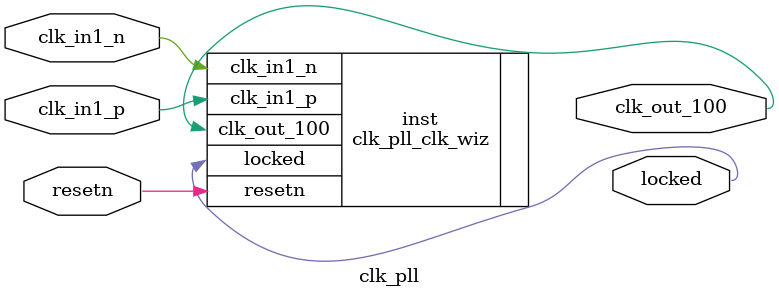
<source format=v>


`timescale 1ps/1ps

(* CORE_GENERATION_INFO = "clk_pll,clk_wiz_v6_0_14_0_0,{component_name=clk_pll,use_phase_alignment=true,use_min_o_jitter=false,use_max_i_jitter=false,use_dyn_phase_shift=false,use_inclk_switchover=false,use_dyn_reconfig=false,enable_axi=0,feedback_source=FDBK_AUTO,PRIMITIVE=PLL,num_out_clk=1,clkin1_period=5.000,clkin2_period=10.0,use_power_down=false,use_reset=true,use_locked=true,use_inclk_stopped=false,feedback_type=SINGLE,CLOCK_MGR_TYPE=NA,manual_override=false}" *)

module clk_pll 
 (
  // Clock out ports
  output        clk_out_100,
  // Status and control signals
  input         resetn,
  output        locked,
 // Clock in ports
  input         clk_in1_p,
  input         clk_in1_n
 );

  clk_pll_clk_wiz inst
  (
  // Clock out ports  
  .clk_out_100(clk_out_100),
  // Status and control signals               
  .resetn(resetn), 
  .locked(locked),
 // Clock in ports
  .clk_in1_p(clk_in1_p),
  .clk_in1_n(clk_in1_n)
  );

endmodule

</source>
